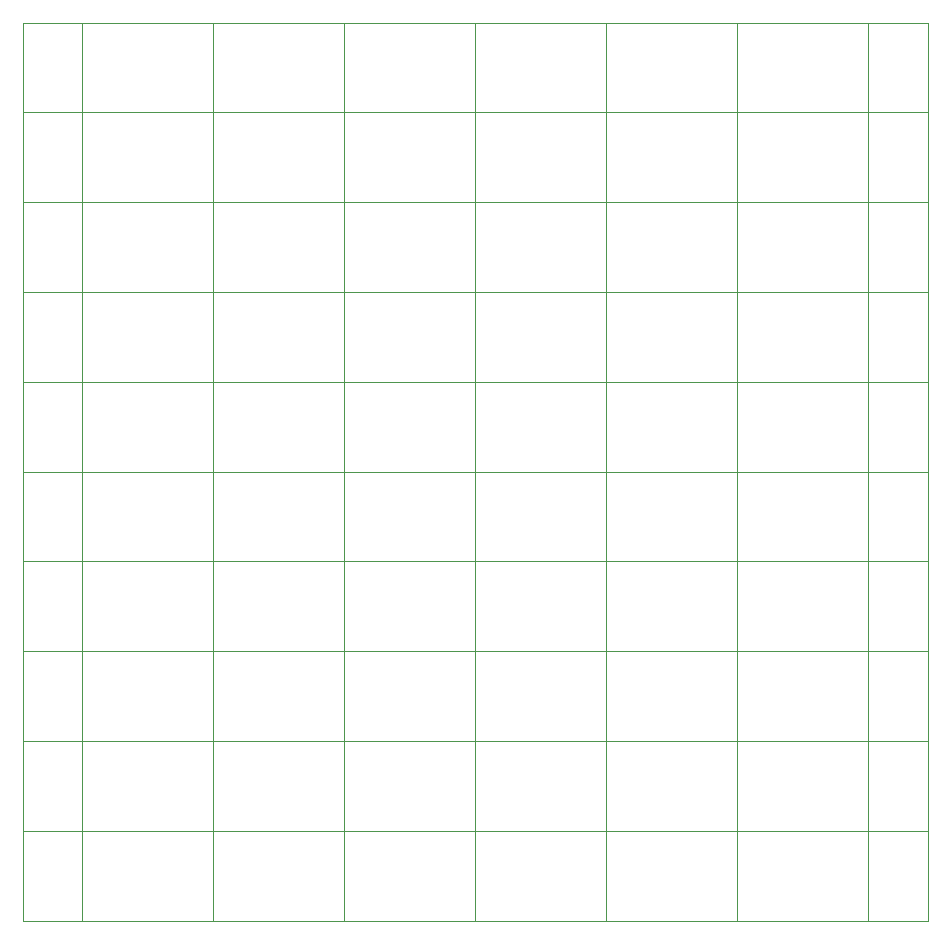
<source format=gbr>
%TF.GenerationSoftware,KiCad,Pcbnew,6.0.10-86aedd382b~118~ubuntu20.04.1*%
%TF.CreationDate,2023-01-07T17:55:22-08:00*%
%TF.ProjectId,coil_terminator_panelized,636f696c-5f74-4657-926d-696e61746f72,rev?*%
%TF.SameCoordinates,Original*%
%TF.FileFunction,Profile,NP*%
%FSLAX46Y46*%
G04 Gerber Fmt 4.6, Leading zero omitted, Abs format (unit mm)*
G04 Created by KiCad (PCBNEW 6.0.10-86aedd382b~118~ubuntu20.04.1) date 2023-01-07 17:55:22*
%MOMM*%
%LPD*%
G01*
G04 APERTURE LIST*
%TA.AperFunction,Profile*%
%ADD10C,0.100000*%
%TD*%
G04 APERTURE END LIST*
D10*
X101450000Y-183200000D02*
X101450000Y-107200000D01*
X178050000Y-183200000D02*
X101450000Y-183200000D01*
X161900000Y-107200000D02*
X161900000Y-183200000D01*
X106400000Y-107200000D02*
X106400000Y-183200000D01*
X101450000Y-160350000D02*
X178050000Y-160350000D01*
X178050000Y-107200000D02*
X178050000Y-183200000D01*
X128600000Y-107200000D02*
X128600000Y-183200000D01*
X101450000Y-107200000D02*
X178050000Y-107200000D01*
X150800000Y-107200000D02*
X150800000Y-183200000D01*
X101450000Y-152750000D02*
X178050000Y-152750000D01*
X101450000Y-175550000D02*
X178050000Y-175550000D01*
X101450000Y-114750000D02*
X178050000Y-114750000D01*
X117500000Y-107200000D02*
X117500000Y-183200000D01*
X101450000Y-137550000D02*
X178050000Y-137550000D01*
X101450000Y-167950000D02*
X178050000Y-167950000D01*
X101450000Y-145150000D02*
X178050000Y-145150000D01*
X139700000Y-107200000D02*
X139700000Y-183200000D01*
X101450000Y-129950000D02*
X178050000Y-129950000D01*
X173000000Y-107200000D02*
X173000000Y-183200000D01*
X101450000Y-122350000D02*
X178050000Y-122350000D01*
M02*

</source>
